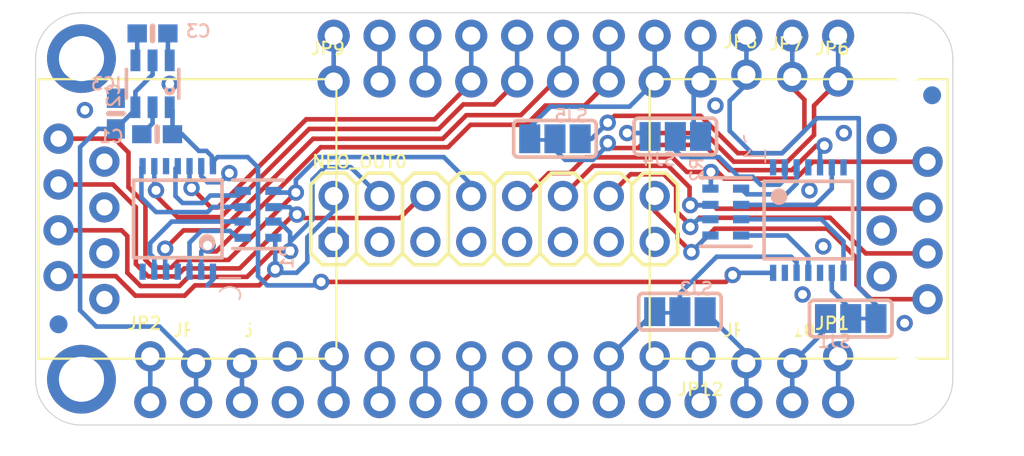
<source format=kicad_pcb>
(kicad_pcb (version 20211014) (generator pcbnew)
  (layers (0 "F.Cu" signal) (31 "B.Cu" signal) (34 "B.Paste" user) (35 "F.Paste" user) (36 "B.SilkS" user "B.Silkscreen") (37 "F.SilkS" user "F.Silkscreen") (38 "B.Mask" user) (39 "F.Mask" user) (44 "Edge.Cuts" user))
  (net 0 "")
  (net 1 "G")
  (net 2 "TX")
  (net 3 "RX")
  (net 4 "MISO")
  (net 5 "MOSI")
  (net 6 "SCK")
  (net 7 "A5")
  (net 8 "A3")
  (net 9 "A1")
  (net 10 "A0")
  (net 11 "GND")
  (net 12 "AREF")
  (net 13 "RESET")
  (net 14 "VBAT")
  (net 15 "EN")
  (net 16 "USB")
  (net 17 "D13")
  (net 18 "D12")
  (net 19 "D11")
  (net 20 "D10")
  (net 21 "D9")
  (net 22 "D6")
  (net 23 "D5")
  (net 24 "SCL")
  (net 25 "SDA")
  (net 26 "OPT1")
  (net 27 "A2")
  (net 28 "A4")
  (net 29 "VCC")
  (net 30 "OPT2")
  (net 31 "NEO0")
  (net 32 "NEO1")
  (net 33 "NEO2")
  (net 34 "NEO3")
  (net 35 "NEO4")
  (net 36 "NEO5")
  (net 37 "NEO6")
  (net 38 "NEO7")
  (net 39 "N$2")
  (net 40 "N$3")
  (net 41 "N$4")
  (net 42 "N$5")
  (net 43 "N$1")
  (net 44 "N$6")
  (net 45 "N$7")
  (net 46 "N$8")
  (net 47 "N$14")
  (net 48 "N$15")
  (net 49 "3.3V")
  (net 50 "OPT3")
  (net 51 "OPT4")
  (net 52 "N$9")
  (net 53 "N$10")
  (net 54 "N$11")
  (net 55 "N$12")
  (footprint "boardEagle:1X01_ROUND" (layer "F.Cu") (at 167.5511 97.3836)
    (fp_text reference "JP6")
    (fp_text value "")
  )
  (footprint "boardEagle:NEOPXL8_M4_TOP" (layer "F.Cu") (at 123.1011 116.4336)
    (fp_text reference "U$7" hide)
    (fp_text value "" hide)
  )
  (footprint "boardEagle:RJ45_VERTICAL_UNSHIELDED" (layer "F.Cu") (at 163.6141 105.0036 -90)
    (fp_text reference "CN2" hide)
    (fp_text value "RJ45_V_UNSH" hide)
  )
  (footprint "boardEagle:1X01_ROUND" (layer "F.Cu") (at 129.4511 112.6236)
    (fp_text reference "JP2")
    (fp_text value "")
  )
  (footprint "boardEagle:FEATHERWING" (layer "F.Cu") (at 123.1011 116.4336)
    (fp_text reference "MS1" hide)
    (fp_text value "FEATHERWING" hide)
    (fp_line (start 48.26 -22.86) (end 2.54 -22.86) (layer "Edge.Cuts") (width 0.05))
    (fp_line (start 50.8 -2.54) (end 50.8 -20.32) (layer "Edge.Cuts") (width 0.05))
    (fp_line (start 0 -20.32) (end 0 -2.54) (layer "Edge.Cuts") (width 0.05))
    (fp_line (start 2.54 0) (end 48.26 0) (layer "Edge.Cuts") (width 0.05))
    (fp_arc (start 48.26 -22.86) (mid 50.056051 -22.116051) (end 50.8 -20.32) (layer "Edge.Cuts") (width 0.05))
    (fp_arc (start 50.8 -2.54) (mid 50.056051 -0.743949) (end 48.26 0) (layer "Edge.Cuts") (width 0.05))
    (fp_arc (start 0 -20.32) (mid 0.743949 -22.116051) (end 2.54 -22.86) (layer "Edge.Cuts") (width 0.05))
    (fp_arc (start 2.54 0) (mid 0.743949 -0.743949) (end 0 -2.54) (layer "Edge.Cuts") (width 0.05))
  )
  (footprint "boardEagle:1X01_ROUND" (layer "F.Cu") (at 134.5311 113.0046)
    (fp_text reference "JP5")
    (fp_text value "")
  )
  (footprint "boardEagle:1X01_ROUND" (layer "F.Cu") (at 165.0111 97.1296)
    (fp_text reference "JP7")
    (fp_text value "")
  )
  (footprint "boardEagle:RJ45_VERTICAL_UNSHIELDED" (layer "F.Cu") (at 133.2611 105.0036 90)
    (fp_text reference "CN1" hide)
    (fp_text value "RJ45_V_UNSH" hide)
  )
  (footprint "boardEagle:1X01_ROUND" (layer "F.Cu") (at 131.9911 113.0046)
    (fp_text reference "JP3")
    (fp_text value "")
  )
  (footprint "boardEagle:1X01_ROUND" (layer "F.Cu") (at 165.0111 113.0046)
    (fp_text reference "JP10")
    (fp_text value "")
  )
  (footprint "boardEagle:1X01_ROUND" (layer "F.Cu") (at 162.4711 97.0026)
    (fp_text reference "JP8")
    (fp_text value "")
  )
  (footprint "boardEagle:1X09_ROUND_70" (layer "F.Cu") (at 149.7711 97.3836)
    (fp_text reference "JP9")
    (fp_text value "")
  )
  (footprint "boardEagle:1X01_ROUND" (layer "F.Cu") (at 162.4711 113.0046)
    (fp_text reference "JP11")
    (fp_text value "")
  )
  (footprint "boardEagle:2X08" (layer "F.Cu") (at 148.5011 105.0036)
    (fp_text reference "NEO_OUT0")
    (fp_text value "")
  )
  (footprint "boardEagle:1X01_ROUND" (layer "F.Cu") (at 167.5511 112.6236)
    (fp_text reference "JP1")
    (fp_text value "")
  )
  (footprint "boardEagle:1X10_ROUND" (layer "F.Cu") (at 148.5011 112.6236 180)
    (fp_text reference "JP12")
    (fp_text value "")
  )
  (footprint "boardEagle:TSSOP14" (layer "B.Cu") (at 165.9001 105.0671)
    (fp_text reference "IC1")
    (fp_text value "74VHCT125")
  )
  (footprint "boardEagle:0603-NO" (layer "B.Cu") (at 127.5461 99.1616 90)
    (fp_text reference "C2")
    (fp_text value "1uF")
  )
  (footprint "boardEagle:RESPACK_4X0603" (layer "B.Cu") (at 161.3281 104.6226 -90)
    (fp_text reference "R2")
    (fp_text value "100")
  )
  (footprint "boardEagle:RESPACK_4X0603" (layer "B.Cu") (at 135.4201 104.7496 90)
    (fp_text reference "R1")
    (fp_text value "100")
  )
  (footprint "boardEagle:SOLDERJUMPER_2WAY_OPEN_NOPASTE" (layer "B.Cu") (at 151.8666 100.5586 180)
    (fp_text reference "SJ5")
    (fp_text value "")
  )
  (footprint "boardEagle:TSSOP14" (layer "B.Cu") (at 130.9751 105.0036 180)
    (fp_text reference "IC2")
    (fp_text value "74VHCT125")
  )
  (footprint "boardEagle:NEOPXL8_M4_BOT" (layer "B.Cu") (at 173.9011 116.4336 180)
    (fp_text reference "U$8" hide)
    (fp_text value "" hide)
  )
  (footprint "boardEagle:SOT23-6" (layer "B.Cu") (at 129.5781 97.5106 180)
    (fp_text reference "IC3")
    (fp_text value "AP3602")
  )
  (footprint "boardEagle:SOLDERJUMPER_2WAY_OPEN_NOPASTE" (layer "B.Cu") (at 158.5341 100.4316)
    (fp_text reference "SJ4")
    (fp_text value "")
  )
  (footprint "boardEagle:0603-NO" (layer "B.Cu") (at 129.8321 100.3046 180)
    (fp_text reference "C1")
    (fp_text value "1uF")
  )
  (footprint "boardEagle:FIDUCIAL_1MM" (layer "B.Cu") (at 172.7581 98.1456 180)
    (fp_text reference "FID2" hide)
    (fp_text value "FIDUCIAL_1MM" hide)
  )
  (footprint "boardEagle:SOLDERJUMPER_2WAY_OPEN_NOPASTE" (layer "B.Cu") (at 158.7881 110.1471 180)
    (fp_text reference "SJ2")
    (fp_text value "")
  )
  (footprint "boardEagle:FIDUCIAL_1MM" (layer "B.Cu") (at 124.3711 110.8456 180)
    (fp_text reference "FID1" hide)
    (fp_text value "FIDUCIAL_1MM" hide)
  )
  (footprint "boardEagle:0603-NO" (layer "B.Cu") (at 129.5781 94.7166)
    (fp_text reference "C3")
    (fp_text value "1uF")
  )
  (footprint "boardEagle:SOLDERJUMPER_2WAY_OPEN_NOPASTE" (layer "B.Cu") (at 168.2496 110.5281)
    (fp_text reference "SJ1")
    (fp_text value "")
  )
  (gr_arc (start 125.6411 116.4336) (mid 123.845049 115.689651) (end 123.1011 113.8936) (layer "Edge.Cuts") (width 0.05))
  (gr_arc (start 173.9011 113.8936) (mid 173.157151 115.689651) (end 171.3611 116.4336) (layer "Edge.Cuts") (width 0.05))
  (gr_arc (start 171.3611 93.5736) (mid 173.157151 94.317549) (end 173.9011 96.1136) (layer "Edge.Cuts") (width 0.05))
  (gr_line (start 173.9011 96.1136) (end 173.9011 113.8936) (layer "Edge.Cuts") (width 0.05))
  (gr_line (start 171.3611 116.4336) (end 125.6411 116.4336) (layer "Edge.Cuts") (width 0.05))
  (gr_arc (start 123.1011 96.1136) (mid 123.845049 94.317549) (end 125.6411 93.5736) (layer "Edge.Cuts") (width 0.05))
  (gr_line (start 123.1011 113.8936) (end 123.1011 96.1136) (layer "Edge.Cuts") (width 0.05))
  (segment (start 167.5511 112.6236) (end 167.5511 115.1636) (width 0.254) (layer "B.Cu") (net 1))
  (segment (start 166.8526 111.1631) (end 166.8526 110.5281) (width 0.254) (layer "B.Cu") (net 2))
  (segment (start 165.0111 113.0046) (end 166.8526 111.1631) (width 0.254) (layer "B.Cu") (net 2))
  (segment (start 165.0111 115.1636) (end 165.0111 113.0046) (width 0.254) (layer "B.Cu") (net 2))
  (segment (start 162.4711 113.0046) (end 162.4711 115.1636) (width 0.254) (layer "B.Cu") (net 3))
  (segment (start 162.4711 112.4331) (end 160.1851 110.1471) (width 0.254) (layer "B.Cu") (net 3))
  (segment (start 162.4711 113.0046) (end 162.4711 112.4331) (width 0.254) (layer "B.Cu") (net 3))
  (segment (start 159.9311 112.6236) (end 159.9311 115.1636) (width 0.254) (layer "B.Cu") (net 4))
  (segment (start 157.3911 115.1636) (end 157.3911 112.6236) (width 0.254) (layer "B.Cu") (net 5))
  (segment (start 154.8511 112.6236) (end 154.8511 115.1636) (width 0.254) (layer "B.Cu") (net 6))
  (segment (start 154.8511 112.6236) (end 154.9146 112.6236) (width 0.254) (layer "B.Cu") (net 6))
  (segment (start 157.3911 110.1471) (end 154.9146 112.6236) (width 0.254) (layer "B.Cu") (net 6))
  (segment (start 152.3111 115.1636) (end 152.3111 112.6236) (width 0.254) (layer "B.Cu") (net 7))
  (segment (start 147.2311 115.1636) (end 147.2311 112.6236) (width 0.254) (layer "B.Cu") (net 8))
  (segment (start 142.1511 115.1636) (end 142.1511 112.6236) (width 0.254) (layer "B.Cu") (net 9))
  (segment (start 139.6111 112.6236) (end 139.6111 115.1636) (width 0.254) (layer "B.Cu") (net 10))
  (via (at 165.5826 109.1946) (size 0.9064) (drill 0.5) (layers "F.Cu" "B.Cu") (net 11))
  (via (at 133.8326 102.4636) (size 0.9064) (drill 0.5) (layers "F.Cu" "B.Cu") (net 11))
  (via (at 165.9636 103.4161) (size 0.9064) (drill 0.5) (layers "F.Cu" "B.Cu") (net 11))
  (via (at 171.2341 110.7821) (size 0.9064) (drill 0.5) (layers "F.Cu" "B.Cu") (net 11))
  (via (at 166.7256 106.5276) (size 0.9064) (drill 0.5) (layers "F.Cu" "B.Cu") (net 11))
  (via (at 160.7566 98.7171) (size 0.9064) (drill 0.5) (layers "F.Cu" "B.Cu") (net 11))
  (via (at 130.5306 97.5106) (size 0.9064) (drill 0.5) (layers "F.Cu" "B.Cu") (net 11))
  (via (at 167.8686 100.2411) (size 0.9064) (drill 0.5) (layers "F.Cu" "B.Cu") (net 11))
  (via (at 125.8316 98.9711) (size 0.9064) (drill 0.5) (layers "F.Cu" "B.Cu") (net 11))
  (segment (start 132.2751 102.6206) (end 132.6261 102.9716) (width 0.254) (layer "B.Cu") (net 11))
  (segment (start 133.3246 102.9716) (end 133.8326 102.4636) (width 0.254) (layer "B.Cu") (net 11))
  (segment (start 129.5781 98.8106) (end 129.5781 99.7086) (width 0.254) (layer "B.Cu") (net 11))
  (segment (start 132.6261 102.9716) (end 133.3246 102.9716) (width 0.254) (layer "B.Cu") (net 11))
  (segment (start 129.5781 99.7086) (end 128.9821 100.3046) (width 0.254) (layer "B.Cu") (net 11))
  (segment (start 132.9251 108.370575) (end 132.609075 108.6866) (width 0.254) (layer "B.Cu") (net 11))
  (segment (start 132.2751 102.0786) (end 132.2751 102.6206) (width 0.254) (layer "B.Cu") (net 11))
  (segment (start 132.9251 107.9286) (end 132.9251 108.370575) (width 0.254) (layer "B.Cu") (net 11))
  (segment (start 134.5311 113.0046) (end 134.5311 115.1636) (width 0.254) (layer "B.Cu") (net 12))
  (segment (start 129.4511 112.6236) (end 129.4511 115.1636) (width 0.254) (layer "B.Cu") (net 13))
  (segment (start 139.6111 94.8436) (end 139.6111 97.3836) (width 0.254) (layer "B.Cu") (net 14))
  (segment (start 142.1511 94.8436) (end 142.1511 97.3836) (width 0.254) (layer "B.Cu") (net 15))
  (segment (start 144.6911 94.8436) (end 144.6911 97.3836) (width 0.254) (layer "B.Cu") (net 16))
  (segment (start 147.2311 97.3836) (end 147.2311 97.4471) (width 0.254) (layer "F.Cu") (net 17))
  (segment (start 133.1976 104.3686) (end 132.8166 104.3686) (width 0.254) (layer "F.Cu") (net 17))
  (segment (start 133.1976 104.3686) (end 138.0871 99.4791) (width 0.254) (layer "F.Cu") (net 17))
  (segment (start 138.0871 99.4791) (end 145.1991 99.4791) (width 0.254) (layer "F.Cu") (net 17))
  (segment (start 147.2311 97.4471) (end 145.1991 99.4791) (width 0.254) (layer "F.Cu") (net 17))
  (segment (start 131.7371 103.2891) (end 132.8166 104.3686) (width 0.254) (layer "F.Cu") (net 17))
  (via (at 131.7371 103.2891) (size 0.9064) (drill 0.5) (layers "F.Cu" "B.Cu") (net 17))
  (segment (start 131.6251 102.0786) (end 131.6251 103.1771) (width 0.254) (layer "B.Cu") (net 17))
  (segment (start 131.6251 103.1771) (end 131.7371 103.2891) (width 0.254) (layer "B.Cu") (net 17))
  (segment (start 147.2311 94.8436) (end 147.2311 97.3836) (width 0.254) (layer "B.Cu") (net 17))
  (segment (start 138.255437 100.0125) (end 145.430937 100.0125) (width 0.254) (layer "F.Cu") (net 18))
  (segment (start 130.956187 104.902) (end 133.365937 104.902) (width 0.254) (layer "F.Cu") (net 18))
  (segment (start 148.5011 98.6536) (end 149.7711 97.3836) (width 0.254) (layer "F.Cu") (net 18))
  (segment (start 133.365937 104.902) (end 138.255437 100.0125) (width 0.254) (layer "F.Cu") (net 18))
  (segment (start 146.789837 98.6536) (end 148.5011 98.6536) (width 0.254) (layer "F.Cu") (net 18))
  (segment (start 129.7686 103.4161) (end 129.7686 103.714413) (width 0.254) (layer "F.Cu") (net 18))
  (segment (start 145.430937 100.0125) (end 146.789837 98.6536) (width 0.254) (layer "F.Cu") (net 18))
  (segment (start 130.956187 104.902) (end 129.7686 103.714413) (width 0.254) (layer "F.Cu") (net 18))
  (via (at 129.7686 103.4161) (size 0.9064) (drill 0.5) (layers "F.Cu" "B.Cu") (net 18))
  (segment (start 129.6751 103.3226) (end 129.7686 103.4161) (width 0.254) (layer "B.Cu") (net 18))
  (segment (start 149.7711 94.8436) (end 149.7711 97.3836) (width 0.254) (layer "B.Cu") (net 18))
  (segment (start 129.6751 102.0786) (end 129.6751 103.3226) (width 0.254) (layer "B.Cu") (net 18))
  (segment (start 151.840393 97.3836) (end 152.3111 97.3836) (width 0.254) (layer "F.Cu") (net 19))
  (segment (start 149.973493 99.2505) (end 151.840393 97.3836) (width 0.254) (layer "F.Cu") (net 19))
  (segment (start 130.2766 106.6546) (end 131.2926 105.6386) (width 0.254) (layer "F.Cu") (net 19))
  (segment (start 146.958175 99.2505) (end 149.973493 99.2505) (width 0.254) (layer "F.Cu") (net 19))
  (segment (start 138.4681 100.5586) (end 145.650075 100.5586) (width 0.254) (layer "F.Cu") (net 19))
  (segment (start 145.650075 100.5586) (end 146.958175 99.2505) (width 0.254) (layer "F.Cu") (net 19))
  (segment (start 133.3881 105.6386) (end 131.2926 105.6386) (width 0.254) (layer "F.Cu") (net 19))
  (segment (start 133.3881 105.6386) (end 138.4681 100.5586) (width 0.254) (layer "F.Cu") (net 19))
  (via (at 130.2766 106.6546) (size 0.9064) (drill 0.5) (layers "F.Cu" "B.Cu") (net 19))
  (segment (start 130.2766 106.6546) (end 130.2766 107.8801) (width 0.254) (layer "B.Cu") (net 19))
  (segment (start 130.3251 107.9286) (end 130.2766 107.8801) (width 0.254) (layer "B.Cu") (net 19))
  (segment (start 152.3111 94.8436) (end 152.3111 97.3836) (width 0.254) (layer "B.Cu") (net 19))
  (segment (start 153.5176 98.7171) (end 151.335631 98.7171) (width 0.254) (layer "F.Cu") (net 20))
  (segment (start 151.335631 98.7171) (end 150.268831 99.7839) (width 0.254) (layer "F.Cu") (net 20))
  (segment (start 150.268831 99.7839) (end 147.190012 99.7839) (width 0.254) (layer "F.Cu") (net 20))
  (segment (start 154.8511 97.3836) (end 153.5176 98.7171) (width 0.254) (layer "F.Cu") (net 20))
  (segment (start 145.945412 101.0285) (end 138.890437 101.0285) (width 0.254) (layer "F.Cu") (net 20))
  (segment (start 133.111937 106.807) (end 132.6261 106.807) (width 0.254) (layer "F.Cu") (net 20))
  (segment (start 147.190012 99.7839) (end 145.945412 101.0285) (width 0.254) (layer "F.Cu") (net 20))
  (segment (start 132.6261 106.807) (end 132.6261 106.47045) (width 0.254) (layer "F.Cu") (net 20))
  (segment (start 138.890437 101.0285) (end 133.111937 106.807) (width 0.254) (layer "F.Cu") (net 20))
  (via (at 132.6261 106.47045) (size 0.9064) (drill 0.5) (layers "F.Cu" "B.Cu") (net 20))
  (segment (start 132.6261 106.47045) (end 132.2751 106.82145) (width 0.254) (layer "B.Cu") (net 20))
  (segment (start 154.8511 94.8436) (end 154.8511 97.3836) (width 0.254) (layer "B.Cu") (net 20))
  (segment (start 132.2751 106.82145) (end 132.2751 107.9286) (width 0.254) (layer "B.Cu") (net 20))
  (segment (start 157.3911 97.3836) (end 155.9941 98.7806) (width 0.254) (layer "B.Cu") (net 21))
  (segment (start 150.4696 99.9236) (end 150.4696 100.5586) (width 0.254) (layer "B.Cu") (net 21))
  (segment (start 157.3911 94.8436) (end 157.3911 97.3836) (width 0.254) (layer "B.Cu") (net 21))
  (segment (start 151.6126 98.7806) (end 150.4696 99.9236) (width 0.254) (layer "B.Cu") (net 21))
  (segment (start 155.9941 98.7806) (end 151.6126 98.7806) (width 0.254) (layer "B.Cu") (net 21))
  (segment (start 159.5501 97.7646) (end 159.5501 100.0506) (width 0.254) (layer "B.Cu") (net 22))
  (segment (start 159.5501 100.0506) (end 159.9311 100.4316) (width 0.254) (layer "B.Cu") (net 22))
  (segment (start 159.9311 97.3836) (end 159.5501 97.7646) (width 0.254) (layer "B.Cu") (net 22))
  (segment (start 159.9311 94.8436) (end 159.9311 97.3836) (width 0.254) (layer "B.Cu") (net 22))
  (segment (start 164.445262 101.3587) (end 166.388362 99.4156) (width 0.254) (layer "B.Cu") (net 23))
  (segment (start 162.4711 97.0026) (end 162.4711 97.530338) (width 0.254) (layer "B.Cu") (net 23))
  (segment (start 162.4711 94.8436) (end 162.4711 97.0026) (width 0.254) (layer "B.Cu") (net 23))
  (segment (start 169.6466 110.5281) (end 169.6466 109.7661) (width 0.254) (layer "B.Cu") (net 23))
  (segment (start 168.6941 99.4156) (end 168.6941 108.8136) (width 0.254) (layer "B.Cu") (net 23))
  (segment (start 161.544 100.119763) (end 162.782937 101.3587) (width 0.254) (layer "B.Cu") (net 23))
  (segment (start 162.782937 101.3587) (end 164.445262 101.3587) (width 0.254) (layer "B.Cu") (net 23))
  (segment (start 161.544 98.457438) (end 161.544 100.119763) (width 0.254) (layer "B.Cu") (net 23))
  (segment (start 166.388362 99.4156) (end 168.6941 99.4156) (width 0.254) (layer "B.Cu") (net 23))
  (segment (start 169.6466 109.7661) (end 168.6941 108.8136) (width 0.254) (layer "B.Cu") (net 23))
  (segment (start 162.4711 97.530338) (end 161.544 98.457438) (width 0.254) (layer "B.Cu") (net 23))
  (segment (start 155.1686 99.2886) (end 154.7876 99.6696) (width 0.254) (layer "F.Cu") (net 24))
  (segment (start 164.445262 101.3587) (end 162.0012 101.3587) (width 0.254) (layer "F.Cu") (net 24))
  (segment (start 165.6842 100.119763) (end 164.445262 101.3587) (width 0.254) (layer "F.Cu") (net 24))
  (segment (start 159.9311 99.2886) (end 155.1686 99.2886) (width 0.254) (layer "F.Cu") (net 24))
  (segment (start 165.6842 98.393938) (end 165.6842 100.119763) (width 0.254) (layer "F.Cu") (net 24))
  (segment (start 165.0111 97.1296) (end 165.0111 97.720838) (width 0.254) (layer "F.Cu") (net 24))
  (segment (start 165.0111 97.720838) (end 165.6842 98.393938) (width 0.254) (layer "F.Cu") (net 24))
  (segment (start 162.0012 101.3587) (end 159.9311 99.2886) (width 0.254) (layer "F.Cu") (net 24))
  (via (at 154.7876 99.6696) (size 0.9064) (drill 0.5) (layers "F.Cu" "B.Cu") (net 24))
  (segment (start 154.7876 99.6696) (end 153.8986 100.5586) (width 0.254) (layer "B.Cu") (net 24))
  (segment (start 165.0111 94.8436) (end 165.0111 97.1296) (width 0.254) (layer "B.Cu") (net 24))
  (segment (start 153.8986 100.5586) (end 153.2636 100.5586) (width 0.254) (layer "B.Cu") (net 24))
  (segment (start 164.7406 101.8286) (end 161.769362 101.8286) (width 0.254) (layer "F.Cu") (net 25))
  (segment (start 161.769362 101.8286) (end 160.181862 100.2411) (width 0.254) (layer "F.Cu") (net 25))
  (segment (start 166.2176 98.7171) (end 166.2176 100.3516) (width 0.254) (layer "F.Cu") (net 25))
  (segment (start 160.181862 100.2411) (end 155.8671 100.2411) (width 0.254) (layer "F.Cu") (net 25))
  (segment (start 166.2176 100.3516) (end 164.7406 101.8286) (width 0.254) (layer "F.Cu") (net 25))
  (segment (start 167.5511 97.3836) (end 166.2176 98.7171) (width 0.254) (layer "F.Cu") (net 25))
  (via (at 155.8671 100.2411) (size 0.9064) (drill 0.5) (layers "F.Cu" "B.Cu") (net 25))
  (segment (start 156.9466 100.2411) (end 157.1371 100.4316) (width 0.254) (layer "B.Cu") (net 25))
  (segment (start 156.9466 100.2411) (end 155.8671 100.2411) (width 0.254) (layer "B.Cu") (net 25))
  (segment (start 167.5511 94.8436) (end 167.5511 97.3836) (width 0.254) (layer "B.Cu") (net 25))
  (segment (start 168.2496 110.0201) (end 168.2496 110.5281) (width 0.254) (layer "B.Cu") (net 26))
  (segment (start 167.2001 108.9706) (end 168.2496 110.0201) (width 0.254) (layer "B.Cu") (net 26))
  (segment (start 167.2001 107.9921) (end 167.2001 108.9706) (width 0.254) (layer "B.Cu") (net 26))
  (segment (start 144.6911 112.6236) (end 144.6911 115.1636) (width 0.254) (layer "B.Cu") (net 27))
  (segment (start 149.7711 112.6236) (end 149.7711 115.1636) (width 0.254) (layer "B.Cu") (net 28))
  (segment (start 161.7091 108.1151) (end 161.3281 108.4961) (width 0.254) (layer "F.Cu") (net 29))
  (segment (start 161.3281 108.4961) (end 138.9126 108.4961) (width 0.254) (layer "F.Cu") (net 29))
  (via (at 138.9126 108.4961) (size 0.9064) (drill 0.5) (layers "F.Cu" "B.Cu") (net 29))
  (via (at 161.7091 108.1151) (size 0.9064) (drill 0.5) (layers "F.Cu" "B.Cu") (net 29))
  (segment (start 132.8616 101.5307) (end 132.5626 101.2317) (width 0.254) (layer "B.Cu") (net 29))
  (segment (start 132.9251 102.0786) (end 132.9251 101.8246) (width 0.254) (layer "B.Cu") (net 29))
  (segment (start 133.1791 101.5706) (end 132.9251 101.8246) (width 0.254) (layer "B.Cu") (net 29))
  (segment (start 134.8446 101.5706) (end 133.1791 101.5706) (width 0.254) (layer "B.Cu") (net 29))
  (segment (start 132.9251 102.0786) (end 132.8616 102.0151) (width 0.254) (layer "B.Cu") (net 29))
  (segment (start 130.5281 98.8106) (end 130.6821 98.9646) (width 0.254) (layer "B.Cu") (net 29))
  (segment (start 161.8321 107.9921) (end 161.7091 108.1151) (width 0.254) (layer "B.Cu") (net 29))
  (segment (start 135.4201 102.1461) (end 135.4201 108.1786) (width 0.254) (layer "B.Cu") (net 29))
  (segment (start 132.8616 101.5307) (end 132.8616 102.0151) (width 0.254) (layer "B.Cu") (net 29))
  (segment (start 132.5626 101.2317) (end 132.139437 101.2317) (width 0.254) (layer "B.Cu") (net 29))
  (segment (start 163.9501 107.9921) (end 161.8321 107.9921) (width 0.254) (layer "B.Cu") (net 29))
  (segment (start 134.8446 101.5706) (end 135.4201 102.1461) (width 0.254) (layer "B.Cu") (net 29))
  (segment (start 130.6821 98.9646) (end 130.6821 100.3046) (width 0.254) (layer "B.Cu") (net 29))
  (segment (start 131.212337 100.3046) (end 130.6821 100.3046) (width 0.254) (layer "B.Cu") (net 29))
  (segment (start 138.7221 108.6866) (end 138.9126 108.4961) (width 0.254) (layer "B.Cu") (net 29))
  (segment (start 135.4201 108.1786) (end 135.9281 108.6866) (width 0.254) (layer "B.Cu") (net 29))
  (segment (start 135.9281 108.6866) (end 138.7221 108.6866) (width 0.254) (layer "B.Cu") (net 29))
  (segment (start 132.139437 101.2317) (end 131.212337 100.3046) (width 0.254) (layer "B.Cu") (net 29))
  (segment (start 165.2501 107.9921) (end 165.2501 107.4016) (width 0.254) (layer "B.Cu") (net 30))
  (segment (start 158.7881 109.1311) (end 158.7881 110.1471) (width 0.254) (layer "B.Cu") (net 30))
  (segment (start 165.2501 107.4016) (end 164.9476 107.0991) (width 0.254) (layer "B.Cu") (net 30))
  (segment (start 160.8201 107.0991) (end 158.7881 109.1311) (width 0.254) (layer "B.Cu") (net 30))
  (segment (start 164.9476 107.0991) (end 160.8201 107.0991) (width 0.254) (layer "B.Cu") (net 30))
  (segment (start 169.36365 109.4536) (end 168.5671 108.65705) (width 0.254) (layer "F.Cu") (net 31))
  (segment (start 166.946231 105.544969) (end 160.723231 105.544969) (width 0.254) (layer "F.Cu") (net 31))
  (segment (start 158.6611 105.8291) (end 157.3911 104.5591) (width 0.254) (layer "F.Cu") (net 31))
  (segment (start 172.5041 109.4536) (end 169.36365 109.4536) (width 0.254) (layer "F.Cu") (net 31))
  (segment (start 158.6611 106.0831) (end 159.4231 106.8451) (width 0.254) (layer "F.Cu") (net 31))
  (segment (start 168.5671 107.165838) (end 166.946231 105.544969) (width 0.254) (layer "F.Cu") (net 31))
  (segment (start 160.723231 105.544969) (end 159.4231 106.8451) (width 0.254) (layer "F.Cu") (net 31))
  (segment (start 158.6611 105.8291) (end 158.6611 106.0831) (width 0.254) (layer "F.Cu") (net 31))
  (segment (start 157.3911 103.7336) (end 157.3911 104.5591) (width 0.254) (layer "F.Cu") (net 31))
  (segment (start 168.5671 108.65705) (end 168.5671 107.165838) (width 0.254) (layer "F.Cu") (net 31))
  (via (at 159.4231 106.8451) (size 0.9064) (drill 0.5) (layers "F.Cu" "B.Cu") (net 31))
  (segment (start 159.4231 106.8451) (end 160.3456 105.9226) (width 0.254) (layer "B.Cu") (net 31))
  (segment (start 160.3456 105.9226) (end 160.4781 105.9226) (width 0.254) (layer "B.Cu") (net 31))
  (segment (start 156.0576 102.5271) (end 154.8511 103.7336) (width 0.254) (layer "F.Cu") (net 32))
  (segment (start 159.3596 105.3495) (end 159.3596 105.4481) (width 0.254) (layer "F.Cu") (net 32))
  (segment (start 159.8676 104.9401) (end 159.3596 105.4481) (width 0.254) (layer "F.Cu") (net 32))
  (segment (start 158.5762 104.5661) (end 159.3596 105.3495) (width 0.254) (layer "F.Cu") (net 32))
  (segment (start 167.1066 104.9401) (end 159.8676 104.9401) (width 0.254) (layer "F.Cu") (net 32))
  (segment (start 158.5762 103.2042) (end 158.5762 104.5661) (width 0.254) (layer "F.Cu") (net 32))
  (segment (start 172.5041 106.9136) (end 169.0801 106.9136) (width 0.254) (layer "F.Cu") (net 32))
  (segment (start 157.8991 102.5271) (end 158.5762 103.2042) (width 0.254) (layer "F.Cu") (net 32))
  (segment (start 169.0801 106.9136) (end 167.1066 104.9401) (width 0.254) (layer "F.Cu") (net 32))
  (segment (start 156.0576 102.5271) (end 157.8991 102.5271) (width 0.254) (layer "F.Cu") (net 32))
  (via (at 159.3596 105.4481) (size 0.9064) (drill 0.5) (layers "F.Cu" "B.Cu") (net 32))
  (segment (start 159.7851 105.0226) (end 160.4781 105.0226) (width 0.254) (layer "B.Cu") (net 32))
  (segment (start 159.3596 105.4481) (end 159.7851 105.0226) (width 0.254) (layer "B.Cu") (net 32))
  (segment (start 153.9875 102.0572) (end 152.3111 103.7336) (width 0.254) (layer "F.Cu") (net 33))
  (segment (start 159.3215 103.247763) (end 158.130937 102.0572) (width 0.254) (layer "F.Cu") (net 33))
  (segment (start 172.5041 104.3736) (end 172.4406 104.4371) (width 0.254) (layer "F.Cu") (net 33))
  (segment (start 159.3215 104.2035) (end 159.3215 103.247763) (width 0.254) (layer "F.Cu") (net 33))
  (segment (start 158.130937 102.0572) (end 153.9875 102.0572) (width 0.254) (layer "F.Cu") (net 33))
  (segment (start 160.8251 104.4371) (end 160.6296 104.2416) (width 0.254) (layer "F.Cu") (net 33))
  (segment (start 159.3596 104.2416) (end 159.3215 104.2035) (width 0.254) (layer "F.Cu") (net 33))
  (segment (start 160.6296 104.2416) (end 159.3596 104.2416) (width 0.254) (layer "F.Cu") (net 33))
  (segment (start 172.4406 104.4371) (end 160.8251 104.4371) (width 0.254) (layer "F.Cu") (net 33))
  (via (at 159.3596 104.2416) (size 0.9064) (drill 0.5) (layers "F.Cu" "B.Cu") (net 33))
  (segment (start 160.4781 104.2226) (end 160.4591 104.2416) (width 0.254) (layer "B.Cu") (net 33))
  (segment (start 160.4591 104.2416) (end 159.3596 104.2416) (width 0.254) (layer "B.Cu") (net 33))
  (segment (start 166.1491 101.8336) (end 165.2143 102.7684) (width 0.254) (layer "F.Cu") (net 34))
  (segment (start 160.873887 102.4001) (end 160.5026 102.4001) (width 0.254) (layer "F.Cu") (net 34))
  (segment (start 151.52015 102.4636) (end 150.25015 103.7336) (width 0.254) (layer "F.Cu") (net 34))
  (segment (start 161.242187 102.7684) (end 165.2143 102.7684) (width 0.254) (layer "F.Cu") (net 34))
  (segment (start 159.175575 102.4001) (end 158.362775 101.5873) (width 0.254) (layer "F.Cu") (net 34))
  (segment (start 161.242187 102.7684) (end 160.873887 102.4001) (width 0.254) (layer "F.Cu") (net 34))
  (segment (start 160.5026 102.4001) (end 159.175575 102.4001) (width 0.254) (layer "F.Cu") (net 34))
  (segment (start 153.5684 101.5873) (end 152.6921 102.4636) (width 0.254) (layer "F.Cu") (net 34))
  (segment (start 152.6921 102.4636) (end 151.52015 102.4636) (width 0.254) (layer "F.Cu") (net 34))
  (segment (start 158.362775 101.5873) (end 153.5684 101.5873) (width 0.254) (layer "F.Cu") (net 34))
  (segment (start 150.25015 103.7336) (end 149.7711 103.7336) (width 0.254) (layer "F.Cu") (net 34))
  (segment (start 172.5041 101.8336) (end 166.1491 101.8336) (width 0.254) (layer "F.Cu") (net 34))
  (via (at 160.5026 102.4001) (size 0.9064) (drill 0.5) (layers "F.Cu" "B.Cu") (net 34))
  (segment (start 160.5026 103.2981) (end 160.4781 103.3226) (width 0.254) (layer "B.Cu") (net 34))
  (segment (start 160.5026 102.4001) (end 160.5026 103.2981) (width 0.254) (layer "B.Cu") (net 34))
  (segment (start 128.2446 101.3206) (end 128.2446 103.251913) (width 0.254) (layer "F.Cu") (net 35))
  (segment (start 129.1844 104.191713) (end 129.1844 107.270425) (width 0.254) (layer "F.Cu") (net 35))
  (segment (start 130.619375 107.699113) (end 131.041587 107.2769) (width 0.254) (layer "F.Cu") (net 35))
  (segment (start 133.7818 107.2769) (end 137.5156 103.5431) (width 0.254) (layer "F.Cu") (net 35))
  (segment (start 127.4776 100.5536) (end 128.2446 101.3206) (width 0.254) (layer "F.Cu") (net 35))
  (segment (start 131.041587 107.2769) (end 133.7818 107.2769) (width 0.254) (layer "F.Cu") (net 35))
  (segment (start 129.613087 107.699113) (end 130.619375 107.699113) (width 0.254) (layer "F.Cu") (net 35))
  (segment (start 129.1844 107.270425) (end 129.613087 107.699113) (width 0.254) (layer "F.Cu") (net 35))
  (segment (start 124.3711 100.5536) (end 127.4776 100.5536) (width 0.254) (layer "F.Cu") (net 35))
  (segment (start 128.2446 103.251913) (end 129.1844 104.191713) (width 0.254) (layer "F.Cu") (net 35))
  (via (at 137.5156 103.5431) (size 0.9064) (drill 0.5) (layers "F.Cu" "B.Cu") (net 35))
  (segment (start 137.5156 102.8446) (end 138.7856 101.5746) (width 0.254) (layer "B.Cu") (net 35))
  (segment (start 145.7071 101.5746) (end 147.2311 103.0986) (width 0.254) (layer "B.Cu") (net 35))
  (segment (start 137.5156 103.5431) (end 136.3636 103.5431) (width 0.254) (layer "B.Cu") (net 35))
  (segment (start 136.3636 103.5431) (end 136.2701 103.4496) (width 0.254) (layer "B.Cu") (net 35))
  (segment (start 137.5156 103.5431) (end 137.5156 102.8446) (width 0.254) (layer "B.Cu") (net 35))
  (segment (start 147.2311 103.0986) (end 147.2311 103.7336) (width 0.254) (layer "B.Cu") (net 35))
  (segment (start 138.7856 101.5746) (end 145.7071 101.5746) (width 0.254) (layer "B.Cu") (net 35))
  (segment (start 129.340037 108.1913) (end 130.892425 108.1913) (width 0.254) (layer "F.Cu") (net 36))
  (segment (start 124.3711 103.0936) (end 127.38455 103.0936) (width 0.254) (layer "F.Cu") (net 36))
  (segment (start 143.2814 104.9528) (end 144.5006 103.7336) (width 0.254) (layer "F.Cu") (net 36))
  (segment (start 131.336925 107.7468) (end 134.4041 107.7468) (width 0.254) (layer "F.Cu") (net 36))
  (segment (start 127.38455 103.0936) (end 128.651 104.36005) (width 0.254) (layer "F.Cu") (net 36))
  (segment (start 134.4041 107.7468) (end 137.3886 104.7623) (width 0.254) (layer "F.Cu") (net 36))
  (segment (start 137.5791 104.7623) (end 137.7696 104.9528) (width 0.254) (layer "F.Cu") (net 36))
  (segment (start 143.2814 104.9528) (end 137.7696 104.9528) (width 0.254) (layer "F.Cu") (net 36))
  (segment (start 128.651 107.502263) (end 129.340037 108.1913) (width 0.254) (layer "F.Cu") (net 36))
  (segment (start 144.5006 103.7336) (end 144.6911 103.7336) (width 0.254) (layer "F.Cu") (net 36))
  (segment (start 130.892425 108.1913) (end 131.336925 107.7468) (width 0.254) (layer "F.Cu") (net 36))
  (segment (start 128.651 104.36005) (end 128.651 107.502263) (width 0.254) (layer "F.Cu") (net 36))
  (segment (start 137.3886 104.7623) (end 137.5791 104.7623) (width 0.254) (layer "F.Cu") (net 36))
  (via (at 137.5791 104.7623) (size 0.9064) (drill 0.5) (layers "F.Cu" "B.Cu") (net 36))
  (segment (start 137.5791 104.7623) (end 137.1664 104.3496) (width 0.254) (layer "B.Cu") (net 36))
  (segment (start 137.1664 104.3496) (end 136.2701 104.3496) (width 0.254) (layer "B.Cu") (net 36))
  (segment (start 128.1811 107.9881) (end 128.9177 108.7247) (width 0.254) (layer "F.Cu") (net 37))
  (segment (start 128.9177 108.7247) (end 131.060762 108.7247) (width 0.254) (layer "F.Cu") (net 37))
  (segment (start 128.1811 105.9561) (end 128.1811 107.9881) (width 0.254) (layer "F.Cu") (net 37))
  (segment (start 124.3711 105.6336) (end 127.8586 105.6336) (width 0.254) (layer "F.Cu") (net 37))
  (segment (start 136.2456 106.7816) (end 137.1981 106.7816) (width 0.254) (layer "F.Cu") (net 37))
  (segment (start 131.568762 108.2167) (end 134.8105 108.2167) (width 0.254) (layer "F.Cu") (net 37))
  (segment (start 131.060762 108.7247) (end 131.568762 108.2167) (width 0.254) (layer "F.Cu") (net 37))
  (segment (start 134.8105 108.2167) (end 136.2456 106.7816) (width 0.254) (layer "F.Cu") (net 37))
  (segment (start 127.8586 105.6336) (end 128.1811 105.9561) (width 0.254) (layer "F.Cu") (net 37))
  (via (at 137.1981 106.7816) (size 0.9064) (drill 0.5) (layers "F.Cu" "B.Cu") (net 37))
  (segment (start 137.1981 105.7656) (end 136.5821 105.1496) (width 0.254) (layer "B.Cu") (net 37))
  (segment (start 137.1981 106.7816) (end 137.1981 105.7656) (width 0.254) (layer "B.Cu") (net 37))
  (segment (start 136.2701 105.1496) (end 136.5821 105.1496) (width 0.254) (layer "B.Cu") (net 37))
  (segment (start 140.5509 102.1334) (end 142.1511 103.7336) (width 0.254) (layer "B.Cu") (net 37))
  (segment (start 138.43635 105.028863) (end 138.43635 102.819325) (width 0.254) (layer "B.Cu") (net 37))
  (segment (start 139.122275 102.1334) (end 140.5509 102.1334) (width 0.254) (layer "B.Cu") (net 37))
  (segment (start 138.43635 102.819325) (end 139.122275 102.1334) (width 0.254) (layer "B.Cu") (net 37))
  (segment (start 137.1981 106.7816) (end 137.1981 106.267113) (width 0.254) (layer "B.Cu") (net 37))
  (segment (start 138.43635 105.028863) (end 137.1981 106.267113) (width 0.254) (layer "B.Cu") (net 37))
  (segment (start 127.5411 108.1736) (end 128.6256 109.2581) (width 0.254) (layer "F.Cu") (net 38))
  (segment (start 131.9276 108.6866) (end 135.4836 108.6866) (width 0.254) (layer "F.Cu") (net 38))
  (segment (start 124.3711 108.1736) (end 127.5411 108.1736) (width 0.254) (layer "F.Cu") (net 38))
  (segment (start 135.4836 108.6866) (end 136.3726 107.7976) (width 0.254) (layer "F.Cu") (net 38))
  (segment (start 128.6256 109.2581) (end 131.3561 109.2581) (width 0.254) (layer "F.Cu") (net 38))
  (segment (start 131.3561 109.2581) (end 131.9276 108.6866) (width 0.254) (layer "F.Cu") (net 38))
  (via (at 136.3726 107.7976) (size 0.9064) (drill 0.5) (layers "F.Cu" "B.Cu") (net 38))
  (segment (start 136.3726 107.7976) (end 136.5631 107.9881) (width 0.254) (layer "B.Cu") (net 38))
  (segment (start 139.6111 104.5591) (end 138.1506 106.0196) (width 0.254) (layer "B.Cu") (net 38))
  (segment (start 136.3726 107.7976) (end 136.3726 106.1521) (width 0.254) (layer "B.Cu") (net 38))
  (segment (start 137.559912 107.9881) (end 136.5631 107.9881) (width 0.254) (layer "B.Cu") (net 38))
  (segment (start 136.3726 106.1521) (end 136.2701 106.0496) (width 0.254) (layer "B.Cu") (net 38))
  (segment (start 138.1506 106.0196) (end 138.1506 107.397413) (width 0.254) (layer "B.Cu") (net 38))
  (segment (start 139.6111 104.5591) (end 139.6111 103.7336) (width 0.254) (layer "B.Cu") (net 38))
  (segment (start 138.1506 107.397413) (end 137.559912 107.9881) (width 0.254) (layer "B.Cu") (net 38))
  (segment (start 164.7236 105.9226) (end 165.9001 107.0991) (width 0.254) (layer "B.Cu") (net 39))
  (segment (start 162.1781 105.9226) (end 164.7236 105.9226) (width 0.254) (layer "B.Cu") (net 39))
  (segment (start 165.9001 107.0991) (end 165.9001 107.9921) (width 0.254) (layer "B.Cu") (net 39))
  (segment (start 162.1781 105.0226) (end 166.6176 105.0226) (width 0.254) (layer "B.Cu") (net 40))
  (segment (start 167.8501 106.2551) (end 167.8501 107.9921) (width 0.254) (layer "B.Cu") (net 40))
  (segment (start 166.6176 105.0226) (end 167.8501 106.2551) (width 0.254) (layer "B.Cu") (net 40))
  (segment (start 166.3001 104.2226) (end 167.2001 103.3226) (width 0.254) (layer "B.Cu") (net 41))
  (segment (start 167.2001 103.3226) (end 167.2001 102.1421) (width 0.254) (layer "B.Cu") (net 41))
  (segment (start 162.1781 104.2226) (end 166.3001 104.2226) (width 0.254) (layer "B.Cu") (net 41))
  (segment (start 162.1781 103.3226) (end 162.4956 103.6401) (width 0.254) (layer "B.Cu") (net 42))
  (segment (start 165.2501 103.0501) (end 165.2501 102.1421) (width 0.254) (layer "B.Cu") (net 42))
  (segment (start 164.6601 103.6401) (end 165.2501 103.0501) (width 0.254) (layer "B.Cu") (net 42))
  (segment (start 164.6601 103.6401) (end 162.4956 103.6401) (width 0.254) (layer "B.Cu") (net 42))
  (segment (start 131.6251 106.3221) (end 132.2786 105.6686) (width 0.254) (layer "B.Cu") (net 43))
  (segment (start 134.2526 106.0496) (end 134.5701 106.0496) (width 0.254) (layer "B.Cu") (net 43))
  (segment (start 134.2526 106.0496) (end 133.8716 105.6686) (width 0.254) (layer "B.Cu") (net 43))
  (segment (start 133.8716 105.6686) (end 132.2786 105.6686) (width 0.254) (layer "B.Cu") (net 43))
  (segment (start 131.6251 107.9286) (end 131.6251 106.3221) (width 0.254) (layer "B.Cu") (net 43))
  (segment (start 130.6386 105.1496) (end 134.5701 105.1496) (width 0.254) (layer "B.Cu") (net 44))
  (segment (start 129.6751 107.176913) (end 129.44475 106.946563) (width 0.254) (layer "B.Cu") (net 44))
  (segment (start 129.44475 106.34345) (end 130.6386 105.1496) (width 0.254) (layer "B.Cu") (net 44))
  (segment (start 129.6751 107.9286) (end 129.6751 107.176913) (width 0.254) (layer "B.Cu") (net 44))
  (segment (start 129.44475 106.946563) (end 129.44475 106.34345) (width 0.254) (layer "B.Cu") (net 44))
  (segment (start 128.9616 103.8156) (end 129.7686 104.6226) (width 0.254) (layer "B.Cu") (net 45))
  (segment (start 132.913468 104.338469) (end 134.558968 104.338469) (width 0.254) (layer "B.Cu") (net 45))
  (segment (start 128.9616 102.1421) (end 128.9616 103.8156) (width 0.254) (layer "B.Cu") (net 45))
  (segment (start 134.558968 104.338469) (end 134.5701 104.3496) (width 0.254) (layer "B.Cu") (net 45))
  (segment (start 132.629337 104.6226) (end 132.913468 104.338469) (width 0.254) (layer "B.Cu") (net 45))
  (segment (start 129.7686 104.6226) (end 132.629337 104.6226) (width 0.254) (layer "B.Cu") (net 45))
  (segment (start 129.0251 102.0786) (end 128.9616 102.1421) (width 0.254) (layer "B.Cu") (net 45))
  (segment (start 130.8481 103.7336) (end 131.23545 104.12095) (width 0.254) (layer "B.Cu") (net 46))
  (segment (start 134.3161 103.7036) (end 132.7831 103.7036) (width 0.254) (layer "B.Cu") (net 46))
  (segment (start 130.8481 102.2056) (end 130.8481 103.7336) (width 0.254) (layer "B.Cu") (net 46))
  (segment (start 130.9751 102.0786) (end 130.8481 102.2056) (width 0.254) (layer "B.Cu") (net 46))
  (segment (start 134.3161 103.7036) (end 134.5701 103.4496) (width 0.254) (layer "B.Cu") (net 46))
  (segment (start 132.36575 104.12095) (end 132.7831 103.7036) (width 0.254) (layer "B.Cu") (net 46))
  (segment (start 131.23545 104.12095) (end 132.36575 104.12095) (width 0.254) (layer "B.Cu") (net 46))
  (segment (start 130.4281 94.7166) (end 130.4281 96.1106) (width 0.254) (layer "B.Cu") (net 47))
  (segment (start 130.4281 96.1106) (end 130.5281 96.2106) (width 0.254) (layer "B.Cu") (net 47))
  (segment (start 128.7281 96.1106) (end 128.6281 96.2106) (width 0.254) (layer "B.Cu") (net 48))
  (segment (start 128.7281 94.7166) (end 128.7281 96.1106) (width 0.254) (layer "B.Cu") (net 48))
  (segment (start 126.4666 110.9726) (end 129.9591 110.9726) (width 0.254) (layer "B.Cu") (net 49))
  (segment (start 129.5781 97.0026) (end 129.5781 96.2106) (width 0.254) (layer "B.Cu") (net 49))
  (segment (start 128.6281 98.8106) (end 128.6281 97.9526) (width 0.254) (layer "B.Cu") (net 49))
  (segment (start 125.5649 101.0158) (end 125.5649 110.0709) (width 0.254) (layer "B.Cu") (net 49))
  (segment (start 128.6281 97.9526) (end 129.5781 97.0026) (width 0.254) (layer "B.Cu") (net 49))
  (segment (start 125.5649 110.0709) (end 126.4666 110.9726) (width 0.254) (layer "B.Cu") (net 49))
  (segment (start 126.5691 100.0116) (end 125.5649 101.0158) (width 0.254) (layer "B.Cu") (net 49))
  (segment (start 128.6281 98.9296) (end 128.6281 98.8106) (width 0.254) (layer "B.Cu") (net 49))
  (segment (start 129.9591 110.9726) (end 131.9911 113.0046) (width 0.254) (layer "B.Cu") (net 49))
  (segment (start 127.5461 100.0116) (end 128.6281 98.9296) (width 0.254) (layer "B.Cu") (net 49))
  (segment (start 127.5461 100.0116) (end 126.5691 100.0116) (width 0.254) (layer "B.Cu") (net 49))
  (segment (start 131.9911 115.1636) (end 131.9911 113.0046) (width 0.254) (layer "B.Cu") (net 49))
  (segment (start 166.3446 100.9396) (end 166.7891 100.9396) (width 0.254) (layer "F.Cu") (net 50))
  (segment (start 161.537525 102.2985) (end 164.9857 102.2985) (width 0.254) (layer "F.Cu") (net 50))
  (segment (start 156.648012 100.9015) (end 160.140525 100.9015) (width 0.254) (layer "F.Cu") (net 50))
  (segment (start 154.7876 100.7999) (end 155.06065 101.07295) (width 0.254) (layer "F.Cu") (net 50))
  (segment (start 160.140525 100.9015) (end 161.537525 102.2985) (width 0.254) (layer "F.Cu") (net 50))
  (segment (start 166.3446 100.9396) (end 164.9857 102.2985) (width 0.254) (layer "F.Cu") (net 50))
  (segment (start 156.476562 101.07295) (end 156.648012 100.9015) (width 0.254) (layer "F.Cu") (net 50))
  (segment (start 155.06065 101.07295) (end 156.476562 101.07295) (width 0.254) (layer "F.Cu") (net 50))
  (via (at 166.7891 100.9396) (size 0.9064) (drill 0.5) (layers "F.Cu" "B.Cu") (net 50))
  (via (at 154.7876 100.7999) (size 0.9064) (drill 0.5) (layers "F.Cu" "B.Cu") (net 50))
  (segment (start 153.97405 101.727) (end 154.7876 100.91345) (width 0.254) (layer "B.Cu") (net 50))
  (segment (start 166.5501 101.1786) (end 166.5501 102.1421) (width 0.254) (layer "B.Cu") (net 50))
  (segment (start 152.42615 101.727) (end 153.97405 101.727) (width 0.254) (layer "B.Cu") (net 50))
  (segment (start 154.7876 100.91345) (end 154.7876 100.7999) (width 0.254) (layer "B.Cu") (net 50))
  (segment (start 152.42615 101.727) (end 151.8666 101.16745) (width 0.254) (layer "B.Cu") (net 50))
  (segment (start 151.8666 100.5586) (end 151.8666 101.16745) (width 0.254) (layer "B.Cu") (net 50))
  (segment (start 166.7891 100.9396) (end 166.5501 101.1786) (width 0.254) (layer "B.Cu") (net 50))
  (segment (start 162.81785 102.6658) (end 163.25875 103.1067) (width 0.254) (layer "B.Cu") (net 51))
  (segment (start 162.0383 102.6658) (end 162.81785 102.6658) (width 0.254) (layer "B.Cu") (net 51))
  (segment (start 164.6001 102.1421) (end 164.6001 102.80215) (width 0.254) (layer "B.Cu") (net 51))
  (segment (start 158.5341 100.4316) (end 158.5341 101.1936) (width 0.254) (layer "B.Cu") (net 51))
  (segment (start 164.6001 102.80215) (end 164.29555 103.1067) (width 0.254) (layer "B.Cu") (net 51))
  (segment (start 164.29555 103.1067) (end 163.25875 103.1067) (width 0.254) (layer "B.Cu") (net 51))
  (segment (start 160.9471 101.5746) (end 162.0383 102.6658) (width 0.254) (layer "B.Cu") (net 51))
  (segment (start 158.9151 101.5746) (end 160.9471 101.5746) (width 0.254) (layer "B.Cu") (net 51))
  (segment (start 158.5341 101.1936) (end 158.9151 101.5746) (width 0.254) (layer "B.Cu") (net 51))
  (segment (start 150.8506 100.6221) (end 151.4856 100.6221) (width 0.2032) (layer "B.Cu") (net 52))
  (segment (start 158.9786 100.4951) (end 159.4866 100.4951) (width 0.2032) (layer "B.Cu") (net 53))
  (segment (start 157.8356 110.2106) (end 158.4706 110.2106) (width 0.2032) (layer "B.Cu") (net 54))
  (segment (start 169.3291 110.5281) (end 168.7576 110.5281) (width 0.2032) (layer "B.Cu") (net 55))
)
</source>
